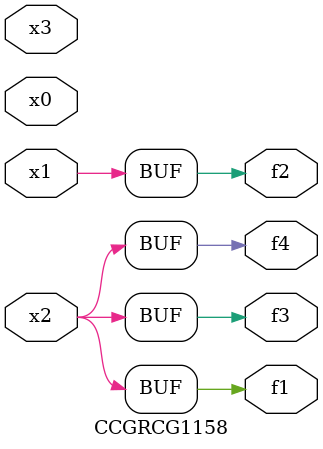
<source format=v>
module CCGRCG1158(
	input x0, x1, x2, x3,
	output f1, f2, f3, f4
);
	assign f1 = x2;
	assign f2 = x1;
	assign f3 = x2;
	assign f4 = x2;
endmodule

</source>
